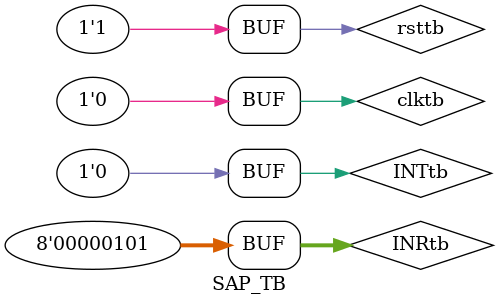
<source format=v>
`timescale 1ns / 1ps


module SAP_TB();
     reg [7:0] INRtb;
     reg INTtb;
     reg rsttb;
     reg clktb;
     wire [7:0] OUTRtb;
     wire[7:0] PCtb;   // PC
     wire [7:0] PCAtb;
     wire [2:0] statetb;
     wire [7:0] IRtb;
     wire [3:0] aluopselbt;
     wire [1:0] pcopseltb;
     wire [3:0] seldstbt;
     wire [3:0] selsrctb;
     wire [7:0] ALUREsulttb; // Primitive Chipscope
     wire [7:0] AYEtb;
     wire [7:0] BEEtb;
     wire [7:0] CEEtb;
     wire [7:0] MemOuttb;
     wire [7:0] MARtb;
SAP UUT(
.INR(INRtb),
.INT(INTtb),
.rst(rsttb),
.clk(clktb),
.OUTR(OUTRtb),
.PC(PCtb),   // PC
.PCA(PCAtb),
.state(statetb),
.IR(IRtb),
.aluopsel(aluopseltb),
.pcopsel(pcopseltb),
.seldst(seldsttb),
.selsrc(selsrctb),
.ALUREsult(ALUREsulttb),
.AYE(AYEtb),
.BEE(BEEtb),
.CEE(CEEtb), //CEE
.MemOut(MemOuttb),
.MAR(MARtb)
);
/*module SAP(
     input wire [7:0] INR,
     input wire [7:0] ROMDATA,
     input wire rst,
     input wire clk,
     output wire [7:0] OUTR,
     output wire[7:0] PC,   // PC
     output wire [2:0] state,
     output wire [3:0] aluopsel,
     output wire [1:0] pcopsel,
     output wire [3:0] seldst,
     output wire [3:0] selsrc,
     output wire [7:0] ALUREsult, // Primitive Chipscope
     output wire [7:0] AYE,
     output wire [7:0] BEE,
     output wire [7:0] MAR
    );
*/    
initial 
begin
   #5 rsttb=1'b0; clktb=1'b0; INRtb=8'h56; INTtb=1'b0;
   #5 clktb=~clktb;
   #5 clktb=~clktb;
   #5 clktb=~clktb;
   #5 clktb=~clktb;
   #5 clktb=~clktb;
   #5 clktb=~clktb;
   #5 clktb=~clktb;
   #5 clktb=~clktb;
   #5 INRtb = 8'h00;
   #5 clktb=~clktb;
   #5 clktb=~clktb;
   #5 clktb=~clktb;
   #5 clktb=~clktb;
   #5 rsttb=1'b1;
   #5 clktb=~clktb;
   #5 clktb=~clktb;
   #5 clktb=~clktb;
   #5 clktb=~clktb;
   #5 clktb=~clktb;
   //IN [01] <- MEMIN
   #5 INRtb = 8'h01;
   #5 clktb=~clktb;
   #5 clktb=~clktb;
   
   #5 clktb=~clktb;
   #5 clktb=~clktb;
   // in[05] <- MEMIN
   #5 INRtb = 8'h05;
   #5 clktb=~clktb;
   #5 clktb=~clktb;
   #5 clktb=~clktb;
   #5 clktb=~clktb;
   #5 clktb=~clktb;
   #5 clktb=~clktb;
   #5 clktb=~clktb;
   #5 clktb=~clktb;
   #5 clktb=~clktb;
   
   //MEMOUT <- M[01]
   
  
   #5 clktb=~clktb;
   #5 clktb=~clktb;
   #5 clktb=~clktb;
   #5 clktb=~clktb;
   #5 clktb=~clktb;
   #5 clktb=~clktb;
   #5 clktb=~clktb;
   #5 clktb=~clktb;
   #5 clktb=~clktb;
   #5 clktb=~clktb;
   #5 clktb=~clktb;
   #5 clktb=~clktb;
  
   #5 clktb=~clktb;
   #5 clktb=~clktb;
   #5 clktb=~clktb;
   #5 clktb=~clktb;
   #5 clktb=~clktb;
   #5 clktb=~clktb;
   #5 clktb=~clktb;
   #5 clktb=~clktb;
   #5 clktb=~clktb;
   #5 clktb=~clktb;
   #5 clktb=~clktb;
   #5 clktb=~clktb;
  
   #5 clktb=~clktb;
   #5 clktb=~clktb;
   #5 clktb=~clktb;
   #5 clktb=~clktb;
   #5 clktb=~clktb;
   #5 clktb=~clktb;
   #5 clktb=~clktb;
   #5 clktb=~clktb;
   #5 clktb=~clktb;
   #5 clktb=~clktb;
   #5 clktb=~clktb;
   #5 clktb=~clktb;

   #5 clktb=~clktb;
   #5 clktb=~clktb;
   #5 clktb=~clktb;
   #5 clktb=~clktb;
   #5 clktb=~clktb;
   #5 clktb=~clktb;
   #5 clktb=~clktb;
   #5 clktb=~clktb;
   #5 clktb=~clktb;
   #5 clktb=~clktb;
   #5 clktb=~clktb;
   #5 clktb=~clktb;

   #5 clktb=~clktb;
   #5 clktb=~clktb;
   #5 clktb=~clktb;
   #5 clktb=~clktb;
   #5 clktb=~clktb;
   #5 clktb=~clktb;
   #5 clktb=~clktb;
   #5 clktb=~clktb;
   #5 clktb=~clktb;
   #5 clktb=~clktb;
   #5 clktb=~clktb;
   #5 clktb=~clktb;

   #5 clktb=~clktb;
   #5 clktb=~clktb;
   #5 clktb=~clktb;
   #5 clktb=~clktb;
   #5 clktb=~clktb;
   #5 clktb=~clktb;
   #5 clktb=~clktb;
   #5 clktb=~clktb;
   #5 clktb=~clktb;
   #5 clktb=~clktb;
   #5 clktb=~clktb;
   #5 clktb=~clktb;

   #5 clktb=~clktb;
   #5 clktb=~clktb;
   #5 clktb=~clktb;
   #5 clktb=~clktb;
   #5 clktb=~clktb;
   #5 clktb=~clktb;
   #5 clktb=~clktb;
   #5 clktb=~clktb;
   #5 clktb=~clktb;
   #5 clktb=~clktb;
   #5 clktb=~clktb;
   #5 clktb=~clktb;
   #5 INTtb=1'b1;
   #5 clktb=~clktb;
   #5 clktb=~clktb;
   #5 INTtb=1'b0;
   #5 clktb=~clktb;
   #5 clktb=~clktb;
   #5 clktb=~clktb;
   #5 clktb=~clktb;
   #5 clktb=~clktb;
   #5 clktb=~clktb;

   #5 clktb=~clktb;
   #5 clktb=~clktb;
   #5 clktb=~clktb;
   #5 clktb=~clktb;
   #5 clktb=~clktb;
   #5 clktb=~clktb;
   #5 clktb=~clktb;
   #5 clktb=~clktb;
   
      #5 clktb=~clktb;
   #5 clktb=~clktb;
   #5 clktb=~clktb;
   #5 clktb=~clktb;
   #5 clktb=~clktb;
   #5 clktb=~clktb;
   #5 clktb=~clktb;
   #5 clktb=~clktb;
   #5 clktb=~clktb;
   #5 clktb=~clktb;
   #5 clktb=~clktb;
   #5 clktb=~clktb;
   #5 INTtb=1'b1;
   #5 clktb=~clktb;
   #5 clktb=~clktb;
   #5 INTtb=1'b0;
   #5 clktb=~clktb;
   #5 clktb=~clktb;
   #5 clktb=~clktb;
   #5 clktb=~clktb;
   #5 clktb=~clktb;
   #5 clktb=~clktb;

   #5 clktb=~clktb;
   #5 clktb=~clktb;
   #5 clktb=~clktb;
   #5 clktb=~clktb;
   #5 clktb=~clktb;
   #5 clktb=~clktb;
   #5 clktb=~clktb;
   #5 clktb=~clktb;
   
      #5 clktb=~clktb;
   #5 clktb=~clktb;
   #5 clktb=~clktb;
   #5 clktb=~clktb;
   #5 clktb=~clktb;
   #5 clktb=~clktb;
   #5 clktb=~clktb;
   #5 clktb=~clktb;
   #5 clktb=~clktb;
   #5 clktb=~clktb;
   #5 clktb=~clktb;
   #5 clktb=~clktb;
   #5 INTtb=1'b1;
   #5 clktb=~clktb;
   #5 clktb=~clktb;
   #5 INTtb=1'b0;
   #5 clktb=~clktb;
   #5 clktb=~clktb;
   #5 clktb=~clktb;
   #5 clktb=~clktb;
   #5 clktb=~clktb;
   #5 clktb=~clktb;

   #5 clktb=~clktb;
   #5 clktb=~clktb;
   #5 clktb=~clktb;
   #5 clktb=~clktb;
   #5 clktb=~clktb;
   #5 clktb=~clktb;
   #5 clktb=~clktb;
   #5 clktb=~clktb;
   
   
end

endmodule
</source>
